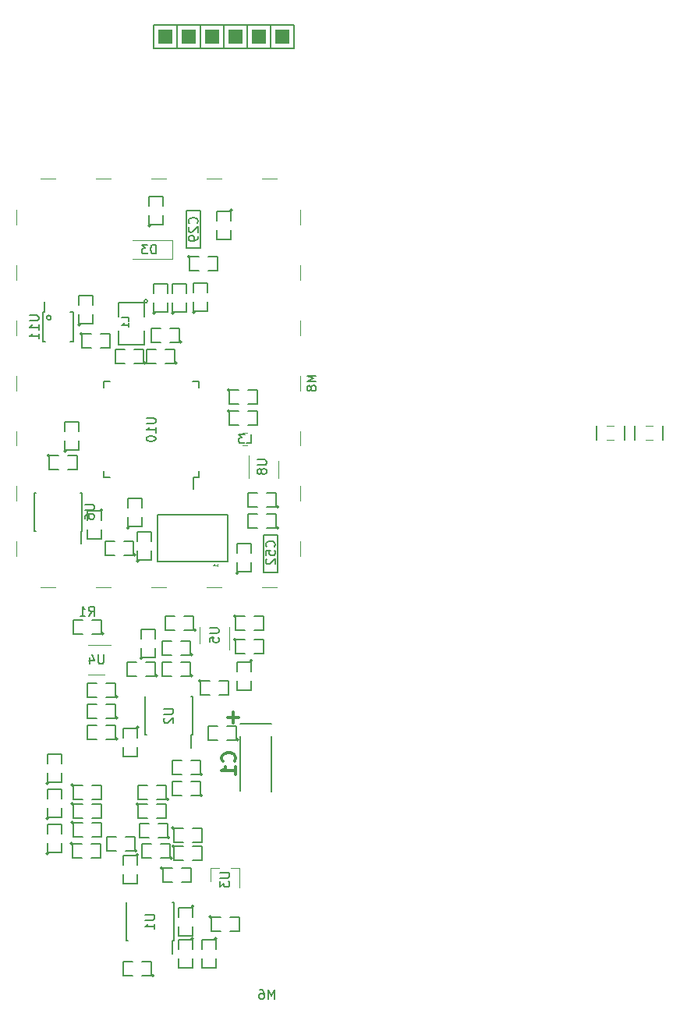
<source format=gbr>
%TF.GenerationSoftware,KiCad,Pcbnew,6.0.4-6f826c9f35~116~ubuntu20.04.1*%
%TF.CreationDate,2022-03-30T14:35:37+00:00*%
%TF.ProjectId,SPACEDOS02B_PCB01A,53504143-4544-44f5-9330-32425f504342,REV*%
%TF.SameCoordinates,Original*%
%TF.FileFunction,Legend,Bot*%
%TF.FilePolarity,Positive*%
%FSLAX46Y46*%
G04 Gerber Fmt 4.6, Leading zero omitted, Abs format (unit mm)*
G04 Created by KiCad (PCBNEW 6.0.4-6f826c9f35~116~ubuntu20.04.1) date 2022-03-30 14:35:37*
%MOMM*%
%LPD*%
G01*
G04 APERTURE LIST*
%ADD10C,0.050000*%
%ADD11C,0.150000*%
%ADD12C,0.127000*%
%ADD13C,0.304800*%
%ADD14C,0.120000*%
%ADD15R,1.524000X1.524000*%
G04 APERTURE END LIST*
D10*
%TO.C,J22*%
X25740490Y48940243D02*
X25740490Y49225958D01*
X25740490Y49083100D02*
X25240490Y49083100D01*
X25311919Y49130720D01*
X25359538Y49178339D01*
X25383347Y49225958D01*
D11*
%TO.C,U5*%
X24845680Y42258005D02*
X25655204Y42258005D01*
X25750442Y42210386D01*
X25798061Y42162767D01*
X25845680Y42067529D01*
X25845680Y41877053D01*
X25798061Y41781815D01*
X25750442Y41734196D01*
X25655204Y41686577D01*
X24845680Y41686577D01*
X24845680Y40734196D02*
X24845680Y41210386D01*
X25321871Y41258005D01*
X25274252Y41210386D01*
X25226633Y41115148D01*
X25226633Y40877053D01*
X25274252Y40781815D01*
X25321871Y40734196D01*
X25417109Y40686577D01*
X25655204Y40686577D01*
X25750442Y40734196D01*
X25798061Y40781815D01*
X25845680Y40877053D01*
X25845680Y41115148D01*
X25798061Y41210386D01*
X25750442Y41258005D01*
%TO.C,U4*%
X13328204Y39376720D02*
X13328204Y38567196D01*
X13280585Y38471958D01*
X13232966Y38424339D01*
X13137728Y38376720D01*
X12947252Y38376720D01*
X12852014Y38424339D01*
X12804395Y38471958D01*
X12756776Y38567196D01*
X12756776Y39376720D01*
X11852014Y39043386D02*
X11852014Y38376720D01*
X12090109Y39424339D02*
X12328204Y38710053D01*
X11709157Y38710053D01*
%TO.C,U10*%
X17981680Y65053196D02*
X18791204Y65053196D01*
X18886442Y65005577D01*
X18934061Y64957958D01*
X18981680Y64862720D01*
X18981680Y64672243D01*
X18934061Y64577005D01*
X18886442Y64529386D01*
X18791204Y64481767D01*
X17981680Y64481767D01*
X18981680Y63481767D02*
X18981680Y64053196D01*
X18981680Y63767481D02*
X17981680Y63767481D01*
X18124538Y63862720D01*
X18219776Y63957958D01*
X18267395Y64053196D01*
X17981680Y62862720D02*
X17981680Y62767481D01*
X18029300Y62672243D01*
X18076919Y62624624D01*
X18172157Y62577005D01*
X18362633Y62529386D01*
X18600728Y62529386D01*
X18791204Y62577005D01*
X18886442Y62624624D01*
X18934061Y62672243D01*
X18981680Y62767481D01*
X18981680Y62862720D01*
X18934061Y62957958D01*
X18886442Y63005577D01*
X18791204Y63053196D01*
X18600728Y63100815D01*
X18362633Y63100815D01*
X18172157Y63053196D01*
X18076919Y63005577D01*
X18029300Y62957958D01*
X17981680Y62862720D01*
%TO.C,U2*%
X19892680Y33495005D02*
X20702204Y33495005D01*
X20797442Y33447386D01*
X20845061Y33399767D01*
X20892680Y33304529D01*
X20892680Y33114053D01*
X20845061Y33018815D01*
X20797442Y32971196D01*
X20702204Y32923577D01*
X19892680Y32923577D01*
X19987919Y32495005D02*
X19940300Y32447386D01*
X19892680Y32352148D01*
X19892680Y32114053D01*
X19940300Y32018815D01*
X19987919Y31971196D01*
X20083157Y31923577D01*
X20178395Y31923577D01*
X20321252Y31971196D01*
X20892680Y32542624D01*
X20892680Y31923577D01*
%TO.C,U1*%
X17860680Y11143005D02*
X18670204Y11143005D01*
X18765442Y11095386D01*
X18813061Y11047767D01*
X18860680Y10952529D01*
X18860680Y10762053D01*
X18813061Y10666815D01*
X18765442Y10619196D01*
X18670204Y10571577D01*
X17860680Y10571577D01*
X18860680Y9571577D02*
X18860680Y10143005D01*
X18860680Y9857291D02*
X17860680Y9857291D01*
X18003538Y9952529D01*
X18098776Y10047767D01*
X18146395Y10143005D01*
%TO.C,U11*%
X5284380Y76191096D02*
X6093904Y76191096D01*
X6189142Y76143477D01*
X6236761Y76095858D01*
X6284380Y76000620D01*
X6284380Y75810143D01*
X6236761Y75714905D01*
X6189142Y75667286D01*
X6093904Y75619667D01*
X5284380Y75619667D01*
X6284380Y74619667D02*
X6284380Y75191096D01*
X6284380Y74905381D02*
X5284380Y74905381D01*
X5427238Y75000620D01*
X5522476Y75095858D01*
X5570095Y75191096D01*
X6284380Y73667286D02*
X6284380Y74238715D01*
X6284380Y73953000D02*
X5284380Y73953000D01*
X5427238Y74048239D01*
X5522476Y74143477D01*
X5570095Y74238715D01*
D12*
%TO.C,L1*%
X16092714Y75588000D02*
X16092714Y75950858D01*
X15330714Y75950858D01*
X16092714Y74934858D02*
X16092714Y75370286D01*
X16092714Y75152572D02*
X15330714Y75152572D01*
X15439571Y75225143D01*
X15512142Y75297715D01*
X15548428Y75370286D01*
D11*
%TO.C,U8*%
X30016380Y60535905D02*
X30825904Y60535905D01*
X30921142Y60488286D01*
X30968761Y60440667D01*
X31016380Y60345429D01*
X31016380Y60154953D01*
X30968761Y60059715D01*
X30921142Y60012096D01*
X30825904Y59964477D01*
X30016380Y59964477D01*
X30444952Y59345429D02*
X30397333Y59440667D01*
X30349714Y59488286D01*
X30254476Y59535905D01*
X30206857Y59535905D01*
X30111619Y59488286D01*
X30064000Y59440667D01*
X30016380Y59345429D01*
X30016380Y59154953D01*
X30064000Y59059715D01*
X30111619Y59012096D01*
X30206857Y58964477D01*
X30254476Y58964477D01*
X30349714Y59012096D01*
X30397333Y59059715D01*
X30444952Y59154953D01*
X30444952Y59345429D01*
X30492571Y59440667D01*
X30540190Y59488286D01*
X30635428Y59535905D01*
X30825904Y59535905D01*
X30921142Y59488286D01*
X30968761Y59440667D01*
X31016380Y59345429D01*
X31016380Y59154953D01*
X30968761Y59059715D01*
X30921142Y59012096D01*
X30825904Y58964477D01*
X30635428Y58964477D01*
X30540190Y59012096D01*
X30492571Y59059715D01*
X30444952Y59154953D01*
%TO.C,D3*%
X18998095Y82882620D02*
X18998095Y83882620D01*
X18760000Y83882620D01*
X18617142Y83835000D01*
X18521904Y83739762D01*
X18474285Y83644524D01*
X18426666Y83454048D01*
X18426666Y83311191D01*
X18474285Y83120715D01*
X18521904Y83025477D01*
X18617142Y82930239D01*
X18760000Y82882620D01*
X18998095Y82882620D01*
X18093333Y83882620D02*
X17474285Y83882620D01*
X17807619Y83501667D01*
X17664761Y83501667D01*
X17569523Y83454048D01*
X17521904Y83406429D01*
X17474285Y83311191D01*
X17474285Y83073096D01*
X17521904Y82977858D01*
X17569523Y82930239D01*
X17664761Y82882620D01*
X17950476Y82882620D01*
X18045714Y82930239D01*
X18093333Y82977858D01*
%TO.C,L3*%
X28868666Y62308620D02*
X29344857Y62308620D01*
X29344857Y63308620D01*
X28630571Y63308620D02*
X28011523Y63308620D01*
X28344857Y62927667D01*
X28202000Y62927667D01*
X28106761Y62880048D01*
X28059142Y62832429D01*
X28011523Y62737191D01*
X28011523Y62499096D01*
X28059142Y62403858D01*
X28106761Y62356239D01*
X28202000Y62308620D01*
X28487714Y62308620D01*
X28582952Y62356239D01*
X28630571Y62403858D01*
%TO.C,U3*%
X25988680Y15715005D02*
X26798204Y15715005D01*
X26893442Y15667386D01*
X26941061Y15619767D01*
X26988680Y15524529D01*
X26988680Y15334053D01*
X26941061Y15238815D01*
X26893442Y15191196D01*
X26798204Y15143577D01*
X25988680Y15143577D01*
X25988680Y14762624D02*
X25988680Y14143577D01*
X26369633Y14476910D01*
X26369633Y14334053D01*
X26417252Y14238815D01*
X26464871Y14191196D01*
X26560109Y14143577D01*
X26798204Y14143577D01*
X26893442Y14191196D01*
X26941061Y14238815D01*
X26988680Y14334053D01*
X26988680Y14619767D01*
X26941061Y14715005D01*
X26893442Y14762624D01*
%TO.C,R1*%
X11716966Y43582720D02*
X12050300Y44058910D01*
X12288395Y43582720D02*
X12288395Y44582720D01*
X11907442Y44582720D01*
X11812204Y44535100D01*
X11764585Y44487481D01*
X11716966Y44392243D01*
X11716966Y44249386D01*
X11764585Y44154148D01*
X11812204Y44106529D01*
X11907442Y44058910D01*
X12288395Y44058910D01*
X10764585Y43582720D02*
X11336014Y43582720D01*
X11050300Y43582720D02*
X11050300Y44582720D01*
X11145538Y44439862D01*
X11240776Y44344624D01*
X11336014Y44297005D01*
D13*
%TO.C,C1*%
X27532585Y27780100D02*
X27605157Y27852672D01*
X27677728Y28070386D01*
X27677728Y28215529D01*
X27605157Y28433243D01*
X27460014Y28578386D01*
X27314871Y28650958D01*
X27024585Y28723529D01*
X26806871Y28723529D01*
X26516585Y28650958D01*
X26371442Y28578386D01*
X26226300Y28433243D01*
X26153728Y28215529D01*
X26153728Y28070386D01*
X26226300Y27852672D01*
X26298871Y27780100D01*
X27677728Y26328672D02*
X27677728Y27199529D01*
X27677728Y26764100D02*
X26153728Y26764100D01*
X26371442Y26909243D01*
X26516585Y27054386D01*
X26589157Y27199529D01*
X27396997Y33105392D02*
X27396997Y31944249D01*
X27977568Y32524820D02*
X26816425Y32524820D01*
D11*
%TO.C,C29*%
X23471142Y86183858D02*
X23518761Y86231477D01*
X23566380Y86374334D01*
X23566380Y86469572D01*
X23518761Y86612429D01*
X23423523Y86707667D01*
X23328285Y86755286D01*
X23137809Y86802905D01*
X22994952Y86802905D01*
X22804476Y86755286D01*
X22709238Y86707667D01*
X22614000Y86612429D01*
X22566380Y86469572D01*
X22566380Y86374334D01*
X22614000Y86231477D01*
X22661619Y86183858D01*
X22661619Y85802905D02*
X22614000Y85755286D01*
X22566380Y85660048D01*
X22566380Y85421953D01*
X22614000Y85326715D01*
X22661619Y85279096D01*
X22756857Y85231477D01*
X22852095Y85231477D01*
X22994952Y85279096D01*
X23566380Y85850524D01*
X23566380Y85231477D01*
X23566380Y84755286D02*
X23566380Y84564810D01*
X23518761Y84469572D01*
X23471142Y84421953D01*
X23328285Y84326715D01*
X23137809Y84279096D01*
X22756857Y84279096D01*
X22661619Y84326715D01*
X22614000Y84374334D01*
X22566380Y84469572D01*
X22566380Y84660048D01*
X22614000Y84755286D01*
X22661619Y84802905D01*
X22756857Y84850524D01*
X22994952Y84850524D01*
X23090190Y84802905D01*
X23137809Y84755286D01*
X23185428Y84660048D01*
X23185428Y84469572D01*
X23137809Y84374334D01*
X23090190Y84326715D01*
X22994952Y84279096D01*
%TO.C,C52*%
X31853142Y51084858D02*
X31900761Y51132477D01*
X31948380Y51275334D01*
X31948380Y51370572D01*
X31900761Y51513429D01*
X31805523Y51608667D01*
X31710285Y51656286D01*
X31519809Y51703905D01*
X31376952Y51703905D01*
X31186476Y51656286D01*
X31091238Y51608667D01*
X30996000Y51513429D01*
X30948380Y51370572D01*
X30948380Y51275334D01*
X30996000Y51132477D01*
X31043619Y51084858D01*
X30948380Y50180096D02*
X30948380Y50656286D01*
X31424571Y50703905D01*
X31376952Y50656286D01*
X31329333Y50561048D01*
X31329333Y50322953D01*
X31376952Y50227715D01*
X31424571Y50180096D01*
X31519809Y50132477D01*
X31757904Y50132477D01*
X31853142Y50180096D01*
X31900761Y50227715D01*
X31948380Y50322953D01*
X31948380Y50561048D01*
X31900761Y50656286D01*
X31853142Y50703905D01*
X31043619Y49751524D02*
X30996000Y49703905D01*
X30948380Y49608667D01*
X30948380Y49370572D01*
X30996000Y49275334D01*
X31043619Y49227715D01*
X31138857Y49180096D01*
X31234095Y49180096D01*
X31376952Y49227715D01*
X31948380Y49799143D01*
X31948380Y49180096D01*
%TO.C,M8*%
X36406380Y69666524D02*
X35406380Y69666524D01*
X36120666Y69333191D01*
X35406380Y68999858D01*
X36406380Y68999858D01*
X35834952Y68380810D02*
X35787333Y68476048D01*
X35739714Y68523667D01*
X35644476Y68571286D01*
X35596857Y68571286D01*
X35501619Y68523667D01*
X35454000Y68476048D01*
X35406380Y68380810D01*
X35406380Y68190334D01*
X35454000Y68095096D01*
X35501619Y68047477D01*
X35596857Y67999858D01*
X35644476Y67999858D01*
X35739714Y68047477D01*
X35787333Y68095096D01*
X35834952Y68190334D01*
X35834952Y68380810D01*
X35882571Y68476048D01*
X35930190Y68523667D01*
X36025428Y68571286D01*
X36215904Y68571286D01*
X36311142Y68523667D01*
X36358761Y68476048D01*
X36406380Y68380810D01*
X36406380Y68190334D01*
X36358761Y68095096D01*
X36311142Y68047477D01*
X36215904Y67999858D01*
X36025428Y67999858D01*
X35930190Y68047477D01*
X35882571Y68095096D01*
X35834952Y68190334D01*
%TO.C,M6*%
X31872523Y1991620D02*
X31872523Y2991620D01*
X31539190Y2277334D01*
X31205857Y2991620D01*
X31205857Y1991620D01*
X30301095Y2991620D02*
X30491571Y2991620D01*
X30586809Y2944000D01*
X30634428Y2896381D01*
X30729666Y2753524D01*
X30777285Y2563048D01*
X30777285Y2182096D01*
X30729666Y2086858D01*
X30682047Y2039239D01*
X30586809Y1991620D01*
X30396333Y1991620D01*
X30301095Y2039239D01*
X30253476Y2086858D01*
X30205857Y2182096D01*
X30205857Y2420191D01*
X30253476Y2515429D01*
X30301095Y2563048D01*
X30396333Y2610667D01*
X30586809Y2610667D01*
X30682047Y2563048D01*
X30729666Y2515429D01*
X30777285Y2420191D01*
%TO.C,U6*%
X11334380Y55648905D02*
X12143904Y55648905D01*
X12239142Y55601286D01*
X12286761Y55553667D01*
X12334380Y55458429D01*
X12334380Y55267953D01*
X12286761Y55172715D01*
X12239142Y55125096D01*
X12143904Y55077477D01*
X11334380Y55077477D01*
X11334380Y54172715D02*
X11334380Y54363191D01*
X11382000Y54458429D01*
X11429619Y54506048D01*
X11572476Y54601286D01*
X11762952Y54648905D01*
X12143904Y54648905D01*
X12239142Y54601286D01*
X12286761Y54553667D01*
X12334380Y54458429D01*
X12334380Y54267953D01*
X12286761Y54172715D01*
X12239142Y54125096D01*
X12143904Y54077477D01*
X11905809Y54077477D01*
X11810571Y54125096D01*
X11762952Y54172715D01*
X11715333Y54267953D01*
X11715333Y54458429D01*
X11762952Y54553667D01*
X11810571Y54601286D01*
X11905809Y54648905D01*
%TO.C,J22*%
X26784300Y49464100D02*
X26784300Y54544100D01*
X26784300Y54544100D02*
X19164300Y54544100D01*
X19164300Y49464100D02*
X26784300Y49464100D01*
X19164300Y54544100D02*
X19164300Y49464100D01*
D14*
%TO.C,U5*%
X23783300Y40596100D02*
X23783300Y42396100D01*
X27003300Y42396100D02*
X27003300Y39946100D01*
%TO.C,U4*%
X11666300Y40439100D02*
X14116300Y40439100D01*
X13466300Y37219100D02*
X11666300Y37219100D01*
D11*
%TO.C,C8*%
X11550300Y34003100D02*
X11550300Y32479100D01*
X12566300Y34003100D02*
X11550300Y34003100D01*
X14598300Y32479100D02*
X14598300Y34003100D01*
X11550300Y32479100D02*
X12566300Y32479100D01*
X13582300Y32479100D02*
X14598300Y32479100D01*
X14598300Y34003100D02*
X13582300Y34003100D01*
X14852300Y32479100D02*
G75*
G03*
X14852300Y32479100I-127000J0D01*
G01*
%TO.C,C3*%
X18534500Y6063100D02*
X17518500Y6063100D01*
X16502500Y6063100D02*
X15486500Y6063100D01*
X17518500Y4539100D02*
X18534500Y4539100D01*
X18534500Y4539100D02*
X18534500Y6063100D01*
X15486500Y6063100D02*
X15486500Y4539100D01*
X15486500Y4539100D02*
X16502500Y4539100D01*
X18788500Y4539100D02*
G75*
G03*
X18788500Y4539100I-127000J0D01*
G01*
%TO.C,R6*%
X25520300Y5364600D02*
X25520300Y6380600D01*
X25520300Y8412600D02*
X23996300Y8412600D01*
X23996300Y5364600D02*
X25520300Y5364600D01*
X23996300Y8412600D02*
X23996300Y7396600D01*
X25520300Y7396600D02*
X25520300Y8412600D01*
X23996300Y6380600D02*
X23996300Y5364600D01*
X25647300Y8539600D02*
G75*
G03*
X25647300Y8539600I-127000J0D01*
G01*
%TO.C,C13*%
X11550300Y34765100D02*
X12566300Y34765100D01*
X13582300Y34765100D02*
X14598300Y34765100D01*
X11550300Y36289100D02*
X11550300Y34765100D01*
X12566300Y36289100D02*
X11550300Y36289100D01*
X14598300Y34765100D02*
X14598300Y36289100D01*
X14598300Y36289100D02*
X13582300Y36289100D01*
X14852300Y34765100D02*
G75*
G03*
X14852300Y34765100I-127000J0D01*
G01*
%TO.C,C24*%
X13004800Y18857100D02*
X11988800Y18857100D01*
X9956800Y18857100D02*
X9956800Y17333100D01*
X10972800Y18857100D02*
X9956800Y18857100D01*
X9956800Y17333100D02*
X10972800Y17333100D01*
X13004800Y17333100D02*
X13004800Y18857100D01*
X11988800Y17333100D02*
X13004800Y17333100D01*
X9956800Y18857100D02*
G75*
G03*
X9956800Y18857100I-127000J0D01*
G01*
%TO.C,C4*%
X27749500Y31646000D02*
X26733500Y31646000D01*
X25717500Y31646000D02*
X24701500Y31646000D01*
X26733500Y30122000D02*
X27749500Y30122000D01*
X27749500Y30122000D02*
X27749500Y31646000D01*
X24701500Y30122000D02*
X25717500Y30122000D01*
X24701500Y31646000D02*
X24701500Y30122000D01*
X28003500Y30122000D02*
G75*
G03*
X28003500Y30122000I-127000J0D01*
G01*
%TO.C,U10*%
X23671300Y68994100D02*
X23671300Y68319100D01*
X13321300Y58644100D02*
X13321300Y59319100D01*
X13321300Y68994100D02*
X13996300Y68994100D01*
X13321300Y58644100D02*
X13996300Y58644100D01*
X23096300Y58644100D02*
X23096300Y57369100D01*
X23671300Y68994100D02*
X22996300Y68994100D01*
X23671300Y58644100D02*
X23671300Y59319100D01*
X23671300Y58644100D02*
X23096300Y58644100D01*
X13321300Y68994100D02*
X13321300Y68319100D01*
%TO.C,R4*%
X11550300Y30193100D02*
X12566300Y30193100D01*
X14598300Y30193100D02*
X14598300Y31717100D01*
X11550300Y31717100D02*
X11550300Y30193100D01*
X13582300Y30193100D02*
X14598300Y30193100D01*
X14598300Y31717100D02*
X13582300Y31717100D01*
X12566300Y31717100D02*
X11550300Y31717100D01*
X14852300Y30193100D02*
G75*
G03*
X14852300Y30193100I-127000J0D01*
G01*
%TO.C,C10*%
X21456300Y11905100D02*
X21456300Y10889100D01*
X22980300Y10889100D02*
X22980300Y11905100D01*
X22980300Y11905100D02*
X21456300Y11905100D01*
X21456300Y9873100D02*
X21456300Y8857100D01*
X22980300Y8857100D02*
X22980300Y9873100D01*
X21456300Y8857100D02*
X22980300Y8857100D01*
X23107300Y12032100D02*
G75*
G03*
X23107300Y12032100I-127000J0D01*
G01*
%TO.C,C5*%
X21456300Y5364600D02*
X22980300Y5364600D01*
X22980300Y8412600D02*
X21456300Y8412600D01*
X22980300Y5364600D02*
X22980300Y6380600D01*
X21456300Y8412600D02*
X21456300Y7396600D01*
X21456300Y6380600D02*
X21456300Y5364600D01*
X22980300Y7396600D02*
X22980300Y8412600D01*
X23107300Y8539600D02*
G75*
G03*
X23107300Y8539600I-127000J0D01*
G01*
%TO.C,R3*%
X23869300Y35019100D02*
X24885300Y35019100D01*
X26917300Y35019100D02*
X26917300Y36543100D01*
X25901300Y35019100D02*
X26917300Y35019100D01*
X23869300Y36543100D02*
X23869300Y35019100D01*
X26917300Y36543100D02*
X25901300Y36543100D01*
X24885300Y36543100D02*
X23869300Y36543100D01*
X23869300Y36543100D02*
G75*
G03*
X23869300Y36543100I-127000J0D01*
G01*
%TO.C,R2*%
X21773800Y14699100D02*
X22789800Y14699100D01*
X19741800Y14699100D02*
X20757800Y14699100D01*
X20757800Y16223100D02*
X19741800Y16223100D01*
X22789800Y14699100D02*
X22789800Y16223100D01*
X22789800Y16223100D02*
X21773800Y16223100D01*
X19741800Y16223100D02*
X19741800Y14699100D01*
X19741800Y16223100D02*
G75*
G03*
X19741800Y16223100I-127000J0D01*
G01*
%TO.C,U2*%
X17865300Y30658100D02*
X18010300Y30658100D01*
X23015300Y30658100D02*
X22870300Y30658100D01*
X17865300Y30658100D02*
X17865300Y34808100D01*
X23015300Y30658100D02*
X23015300Y34808100D01*
X23015300Y34808100D02*
X22870300Y34808100D01*
X22870300Y30658100D02*
X22870300Y29258100D01*
%TO.C,R10*%
X18097500Y25169000D02*
X17081500Y25169000D01*
X20129500Y23645000D02*
X20129500Y25169000D01*
X17081500Y23645000D02*
X18097500Y23645000D01*
X19113500Y23645000D02*
X20129500Y23645000D01*
X20129500Y25169000D02*
X19113500Y25169000D01*
X17081500Y25169000D02*
X17081500Y23645000D01*
X20383500Y23645000D02*
G75*
G03*
X20383500Y23645000I-127000J0D01*
G01*
%TO.C,C18*%
X23805800Y27907100D02*
X22789800Y27907100D01*
X20757800Y27907100D02*
X20757800Y26383100D01*
X23805800Y26383100D02*
X23805800Y27907100D01*
X21773800Y27907100D02*
X20757800Y27907100D01*
X22789800Y26383100D02*
X23805800Y26383100D01*
X20757800Y26383100D02*
X21773800Y26383100D01*
X24059800Y26383100D02*
G75*
G03*
X24059800Y26383100I-127000J0D01*
G01*
%TO.C,U1*%
X20983300Y8306100D02*
X20838300Y8306100D01*
X15833300Y8306100D02*
X15833300Y12456100D01*
X20838300Y8306100D02*
X20838300Y6906100D01*
X20983300Y8306100D02*
X20983300Y12456100D01*
X15833300Y8306100D02*
X15978300Y8306100D01*
X20983300Y12456100D02*
X20838300Y12456100D01*
%TO.C,C20*%
X25012300Y10889100D02*
X25012300Y9365100D01*
X28060300Y9365100D02*
X28060300Y10889100D01*
X26028300Y10889100D02*
X25012300Y10889100D01*
X25012300Y9365100D02*
X26028300Y9365100D01*
X27044300Y9365100D02*
X28060300Y9365100D01*
X28060300Y10889100D02*
X27044300Y10889100D01*
X25012300Y10889100D02*
G75*
G03*
X25012300Y10889100I-127000J0D01*
G01*
%TO.C,R7*%
X15451000Y17526500D02*
X15451000Y16510500D01*
X16975000Y14478500D02*
X16975000Y15494500D01*
X16975000Y17526500D02*
X15451000Y17526500D01*
X15451000Y15494500D02*
X15451000Y14478500D01*
X16975000Y16510500D02*
X16975000Y17526500D01*
X15451000Y14478500D02*
X16975000Y14478500D01*
X17102000Y17653500D02*
G75*
G03*
X17102000Y17653500I-127000J0D01*
G01*
%TO.C,R9*%
X17486500Y18812000D02*
X17486500Y17288000D01*
X17486500Y17288000D02*
X18502500Y17288000D01*
X20534500Y18812000D02*
X19518500Y18812000D01*
X20534500Y17288000D02*
X20534500Y18812000D01*
X18502500Y18812000D02*
X17486500Y18812000D01*
X19518500Y17288000D02*
X20534500Y17288000D01*
X20788500Y17288000D02*
G75*
G03*
X20788500Y17288000I-127000J0D01*
G01*
%TO.C,C11*%
X23018500Y17038000D02*
X24034500Y17038000D01*
X20986500Y18562000D02*
X20986500Y17038000D01*
X22002500Y18562000D02*
X20986500Y18562000D01*
X24034500Y17038000D02*
X24034500Y18562000D01*
X20986500Y17038000D02*
X22002500Y17038000D01*
X24034500Y18562000D02*
X23018500Y18562000D01*
X20986500Y18562000D02*
G75*
G03*
X20986500Y18562000I-127000J0D01*
G01*
%TO.C,C16*%
X19113500Y21613000D02*
X20129500Y21613000D01*
X20129500Y23137000D02*
X19113500Y23137000D01*
X17081500Y23137000D02*
X17081500Y21613000D01*
X17081500Y21613000D02*
X18097500Y21613000D01*
X18097500Y23137000D02*
X17081500Y23137000D01*
X20129500Y21613000D02*
X20129500Y23137000D01*
X17081500Y23137000D02*
G75*
G03*
X17081500Y23137000I-127000J0D01*
G01*
%TO.C,R11*%
X20757800Y24097100D02*
X21773800Y24097100D01*
X21773800Y25621100D02*
X20757800Y25621100D01*
X23805800Y24097100D02*
X23805800Y25621100D01*
X20757800Y25621100D02*
X20757800Y24097100D01*
X23805800Y25621100D02*
X22789800Y25621100D01*
X22789800Y24097100D02*
X23805800Y24097100D01*
X24059800Y24097100D02*
G75*
G03*
X24059800Y24097100I-127000J0D01*
G01*
%TO.C,C15*%
X17201800Y21049100D02*
X17201800Y19525100D01*
X20249800Y21049100D02*
X19233800Y21049100D01*
X19233800Y19525100D02*
X20249800Y19525100D01*
X18217800Y21049100D02*
X17201800Y21049100D01*
X17201800Y19525100D02*
X18217800Y19525100D01*
X20249800Y19525100D02*
X20249800Y21049100D01*
X20503800Y19525100D02*
G75*
G03*
X20503800Y19525100I-127000J0D01*
G01*
%TO.C,R5*%
X27806300Y36543100D02*
X27806300Y35527100D01*
X27806300Y38575100D02*
X27806300Y37559100D01*
X29330300Y35527100D02*
X29330300Y36543100D01*
X27806300Y35527100D02*
X29330300Y35527100D01*
X29330300Y37559100D02*
X29330300Y38575100D01*
X29330300Y38575100D02*
X27806300Y38575100D01*
X29457300Y38702100D02*
G75*
G03*
X29457300Y38702100I-127000J0D01*
G01*
%TO.C,C12*%
X22726300Y38575100D02*
X21710300Y38575100D01*
X19678300Y37051100D02*
X20694300Y37051100D01*
X20694300Y38575100D02*
X19678300Y38575100D01*
X19678300Y38575100D02*
X19678300Y37051100D01*
X21710300Y37051100D02*
X22726300Y37051100D01*
X22726300Y37051100D02*
X22726300Y38575100D01*
X22980300Y37051100D02*
G75*
G03*
X22980300Y37051100I-127000J0D01*
G01*
%TO.C,U11*%
X6932000Y76578000D02*
X6932000Y77653000D01*
X6757000Y76578000D02*
X6757000Y73328000D01*
X10007000Y73328000D02*
X9732000Y73328000D01*
X10007000Y76578000D02*
X9732000Y76578000D01*
X6757000Y73328000D02*
X7032000Y73328000D01*
X6757000Y76578000D02*
X6932000Y76578000D01*
X10007000Y76578000D02*
X10007000Y73328000D01*
X7632000Y75953000D02*
G75*
G03*
X7632000Y75953000I-250000J0D01*
G01*
%TO.C,R13*%
X18916300Y41115100D02*
X18916300Y42131100D01*
X18916300Y42131100D02*
X17392300Y42131100D01*
X17392300Y42131100D02*
X17392300Y41115100D01*
X17392300Y40099100D02*
X17392300Y39083100D01*
X17392300Y39083100D02*
X18916300Y39083100D01*
X18916300Y39083100D02*
X18916300Y40099100D01*
X17519300Y38956100D02*
G75*
G03*
X17519300Y38956100I-127000J0D01*
G01*
%TO.C,C9*%
X30727300Y39464100D02*
X30727300Y40988100D01*
X28695300Y40988100D02*
X27679300Y40988100D01*
X27679300Y40988100D02*
X27679300Y39464100D01*
X27679300Y39464100D02*
X28695300Y39464100D01*
X29711300Y39464100D02*
X30727300Y39464100D01*
X30727300Y40988100D02*
X29711300Y40988100D01*
X27679300Y40988100D02*
G75*
G03*
X27679300Y40988100I-127000J0D01*
G01*
%TO.C,C14*%
X27679300Y42004100D02*
X28695300Y42004100D01*
X30727300Y43528100D02*
X29711300Y43528100D01*
X30727300Y42004100D02*
X30727300Y43528100D01*
X28695300Y43528100D02*
X27679300Y43528100D01*
X29711300Y42004100D02*
X30727300Y42004100D01*
X27679300Y43528100D02*
X27679300Y42004100D01*
X27679300Y43528100D02*
G75*
G03*
X27679300Y43528100I-127000J0D01*
G01*
%TO.C,C7*%
X19678300Y39337100D02*
X20694300Y39337100D01*
X21710300Y39337100D02*
X22726300Y39337100D01*
X22726300Y39337100D02*
X22726300Y40861100D01*
X22726300Y40861100D02*
X21710300Y40861100D01*
X20694300Y40861100D02*
X19678300Y40861100D01*
X19678300Y40861100D02*
X19678300Y39337100D01*
X22980300Y39337100D02*
G75*
G03*
X22980300Y39337100I-127000J0D01*
G01*
%TO.C,R12*%
X21075300Y43528100D02*
X20059300Y43528100D01*
X22091300Y42004100D02*
X23107300Y42004100D01*
X20059300Y42004100D02*
X21075300Y42004100D01*
X23107300Y42004100D02*
X23107300Y43528100D01*
X23107300Y43528100D02*
X22091300Y43528100D01*
X20059300Y43528100D02*
X20059300Y42004100D01*
X23361300Y42004100D02*
G75*
G03*
X23361300Y42004100I-127000J0D01*
G01*
%TO.C,L1*%
X14986000Y73048000D02*
X14986000Y74572000D01*
X14986000Y77620000D02*
X17780000Y77620000D01*
X14986000Y76096000D02*
X14986000Y77620000D01*
X14986000Y76096000D02*
X14986000Y77620000D01*
X17780000Y73048000D02*
X14986000Y73048000D01*
X17780000Y77620000D02*
X17780000Y76096000D01*
X17780000Y74572000D02*
X17780000Y73048000D01*
X18086605Y77747000D02*
G75*
G03*
X18086605Y77747000I-179605J0D01*
G01*
%TO.C,C19*%
X15868300Y37051100D02*
X16884300Y37051100D01*
X15868300Y38575100D02*
X15868300Y37051100D01*
X18916300Y38575100D02*
X17900300Y38575100D01*
X17900300Y37051100D02*
X18916300Y37051100D01*
X18916300Y37051100D02*
X18916300Y38575100D01*
X16884300Y38575100D02*
X15868300Y38575100D01*
X19170300Y37051100D02*
G75*
G03*
X19170300Y37051100I-127000J0D01*
G01*
D14*
%TO.C,U8*%
X29124000Y58559000D02*
X29124000Y61009000D01*
X32344000Y60359000D02*
X32344000Y58559000D01*
D11*
%TO.C,C2*%
X10020300Y19619100D02*
X11036300Y19619100D01*
X11036300Y21143100D02*
X10020300Y21143100D01*
X13068300Y19619100D02*
X13068300Y21143100D01*
X12052300Y19619100D02*
X13068300Y19619100D01*
X13068300Y21143100D02*
X12052300Y21143100D01*
X10020300Y21143100D02*
X10020300Y19619100D01*
X10020300Y21143100D02*
G75*
G03*
X10020300Y21143100I-127000J0D01*
G01*
D14*
%TO.C,D3*%
X16510000Y84335000D02*
X20810000Y84335000D01*
X20810000Y84335000D02*
X20810000Y82335000D01*
X20810000Y82335000D02*
X16510000Y82335000D01*
D11*
%TO.C,F2*%
X18288000Y86065500D02*
X19812000Y86065500D01*
X19812000Y88097500D02*
X19812000Y89113500D01*
X19812000Y86065500D02*
X19812000Y87081500D01*
X18288000Y87081500D02*
X18288000Y86065500D01*
X18288000Y89113500D02*
X18288000Y88097500D01*
X19812000Y89113500D02*
X18288000Y89113500D01*
X18415000Y85938500D02*
G75*
G03*
X18415000Y85938500I-127000J0D01*
G01*
%TO.C,C55*%
X27178000Y86446500D02*
X27178000Y87462500D01*
X27178000Y84414500D02*
X27178000Y85430500D01*
X27178000Y87462500D02*
X25654000Y87462500D01*
X25654000Y85430500D02*
X25654000Y84414500D01*
X25654000Y84414500D02*
X27178000Y84414500D01*
X25654000Y87462500D02*
X25654000Y86446500D01*
X27305000Y87589500D02*
G75*
G03*
X27305000Y87589500I-127000J0D01*
G01*
D14*
%TO.C,L3*%
X28440748Y63471000D02*
X28963252Y63471000D01*
X28440748Y62051000D02*
X28963252Y62051000D01*
D11*
%TO.C,R22*%
X8750300Y19936600D02*
X8750300Y20952600D01*
X7226300Y18920600D02*
X7226300Y17904600D01*
X8750300Y20952600D02*
X7226300Y20952600D01*
X7226300Y17904600D02*
X8750300Y17904600D01*
X7226300Y20952600D02*
X7226300Y19936600D01*
X8750300Y17904600D02*
X8750300Y18920600D01*
X7353300Y17777600D02*
G75*
G03*
X7353300Y17777600I-127000J0D01*
G01*
%TO.C,R19*%
X8750300Y23746600D02*
X8750300Y24762600D01*
X8750300Y24762600D02*
X7226300Y24762600D01*
X7226300Y22730600D02*
X7226300Y21714600D01*
X8750300Y21714600D02*
X8750300Y22730600D01*
X7226300Y24762600D02*
X7226300Y23746600D01*
X7226300Y21714600D02*
X8750300Y21714600D01*
X7353300Y21587600D02*
G75*
G03*
X7353300Y21587600I-127000J0D01*
G01*
%TO.C,R15*%
X7226300Y28572600D02*
X7226300Y27556600D01*
X7226300Y26540600D02*
X7226300Y25524600D01*
X7226300Y25524600D02*
X8750300Y25524600D01*
X8750300Y25524600D02*
X8750300Y26540600D01*
X8750300Y28572600D02*
X7226300Y28572600D01*
X8750300Y27556600D02*
X8750300Y28572600D01*
X7353300Y25397600D02*
G75*
G03*
X7353300Y25397600I-127000J0D01*
G01*
%TO.C,C23*%
X10020300Y23175100D02*
X10020300Y21651100D01*
X13068300Y21651100D02*
X13068300Y23175100D01*
X11036300Y23175100D02*
X10020300Y23175100D01*
X10020300Y21651100D02*
X11036300Y21651100D01*
X13068300Y23175100D02*
X12052300Y23175100D01*
X12052300Y21651100D02*
X13068300Y21651100D01*
X10020300Y23175100D02*
G75*
G03*
X10020300Y23175100I-127000J0D01*
G01*
%TO.C,C21*%
X10020300Y25207100D02*
X10020300Y23683100D01*
X11036300Y25207100D02*
X10020300Y25207100D01*
X12052300Y23683100D02*
X13068300Y23683100D01*
X10020300Y23683100D02*
X11036300Y23683100D01*
X13068300Y23683100D02*
X13068300Y25207100D01*
X13068300Y25207100D02*
X12052300Y25207100D01*
X10020300Y25207100D02*
G75*
G03*
X10020300Y25207100I-127000J0D01*
G01*
%TO.C,C34*%
X15988000Y53249000D02*
X17512000Y53249000D01*
X17512000Y55281000D02*
X17512000Y56297000D01*
X15988000Y56297000D02*
X15988000Y55281000D01*
X17512000Y56297000D02*
X15988000Y56297000D01*
X17512000Y53249000D02*
X17512000Y54265000D01*
X15988000Y54265000D02*
X15988000Y53249000D01*
X16115000Y53122000D02*
G75*
G03*
X16115000Y53122000I-127000J0D01*
G01*
%TO.C,C27*%
X22352000Y79588500D02*
X20828000Y79588500D01*
X20828000Y76540500D02*
X22352000Y76540500D01*
X22352000Y78572500D02*
X22352000Y79588500D01*
X20828000Y79588500D02*
X20828000Y78572500D01*
X22352000Y76540500D02*
X22352000Y77556500D01*
X20828000Y77556500D02*
X20828000Y76540500D01*
X20955000Y76413500D02*
G75*
G03*
X20955000Y76413500I-127000J0D01*
G01*
%TO.C,R20*%
X10985500Y72667000D02*
X12001500Y72667000D01*
X13017500Y72667000D02*
X14033500Y72667000D01*
X14033500Y72667000D02*
X14033500Y74191000D01*
X12001500Y74191000D02*
X10985500Y74191000D01*
X10985500Y74191000D02*
X10985500Y72667000D01*
X14033500Y74191000D02*
X13017500Y74191000D01*
X10985500Y74191000D02*
G75*
G03*
X10985500Y74191000I-127000J0D01*
G01*
%TO.C,R23*%
X18542000Y51686600D02*
X18542000Y52702600D01*
X18542000Y49654600D02*
X18542000Y50670600D01*
X17018000Y49654600D02*
X18542000Y49654600D01*
X17018000Y52702600D02*
X17018000Y51686600D01*
X18542000Y52702600D02*
X17018000Y52702600D01*
X17018000Y50670600D02*
X17018000Y49654600D01*
X17145000Y49527600D02*
G75*
G03*
X17145000Y49527600I-127000J0D01*
G01*
%TO.C,C26*%
X24638000Y78699500D02*
X24638000Y79715500D01*
X23114000Y77683500D02*
X23114000Y76667500D01*
X24638000Y79715500D02*
X23114000Y79715500D01*
X23114000Y76667500D02*
X24638000Y76667500D01*
X23114000Y79715500D02*
X23114000Y78699500D01*
X24638000Y76667500D02*
X24638000Y77683500D01*
X23241000Y76540500D02*
G75*
G03*
X23241000Y76540500I-127000J0D01*
G01*
D14*
%TO.C,U3*%
X28116300Y16237100D02*
X27186300Y16237100D01*
X24956300Y16237100D02*
X24956300Y14777100D01*
X28116300Y16237100D02*
X28116300Y14077100D01*
X24956300Y16237100D02*
X25886300Y16237100D01*
D11*
%TO.C,C43*%
X16573500Y50188000D02*
X16573500Y51712000D01*
X15557500Y50188000D02*
X16573500Y50188000D01*
X16573500Y51712000D02*
X15557500Y51712000D01*
X14541500Y51712000D02*
X13525500Y51712000D01*
X13525500Y50188000D02*
X14541500Y50188000D01*
X13525500Y51712000D02*
X13525500Y50188000D01*
X16827500Y50188000D02*
G75*
G03*
X16827500Y50188000I-127000J0D01*
G01*
%TO.C,C39*%
X9144000Y64602500D02*
X9144000Y63586500D01*
X9144000Y62570500D02*
X9144000Y61554500D01*
X10668000Y63586500D02*
X10668000Y64602500D01*
X10668000Y61554500D02*
X10668000Y62570500D01*
X10668000Y64602500D02*
X9144000Y64602500D01*
X9144000Y61554500D02*
X10668000Y61554500D01*
X9271000Y61427500D02*
G75*
G03*
X9271000Y61427500I-127000J0D01*
G01*
%TO.C,C28*%
X18796000Y76540500D02*
X20320000Y76540500D01*
X20320000Y76540500D02*
X20320000Y77556500D01*
X18796000Y79588500D02*
X18796000Y78572500D01*
X20320000Y79588500D02*
X18796000Y79588500D01*
X20320000Y78572500D02*
X20320000Y79588500D01*
X18796000Y77556500D02*
X18796000Y76540500D01*
X18923000Y76413500D02*
G75*
G03*
X18923000Y76413500I-127000J0D01*
G01*
%TO.C,R1*%
X11042300Y43147100D02*
X10026300Y43147100D01*
X12058300Y41623100D02*
X13074300Y41623100D01*
X10026300Y43147100D02*
X10026300Y41623100D01*
X13074300Y43147100D02*
X12058300Y43147100D01*
X13074300Y41623100D02*
X13074300Y43147100D01*
X10026300Y41623100D02*
X11042300Y41623100D01*
X13328300Y41623100D02*
G75*
G03*
X13328300Y41623100I-127000J0D01*
G01*
%TO.C,C36*%
X23685500Y82573000D02*
X22669500Y82573000D01*
X24701500Y81049000D02*
X25717500Y81049000D01*
X22669500Y81049000D02*
X23685500Y81049000D01*
X25717500Y82573000D02*
X24701500Y82573000D01*
X22669500Y82573000D02*
X22669500Y81049000D01*
X25717500Y81049000D02*
X25717500Y82573000D01*
X22669500Y82573000D02*
G75*
G03*
X22669500Y82573000I-127000J0D01*
G01*
%TO.C,C32*%
X26987500Y64285000D02*
X28003500Y64285000D01*
X29019500Y64285000D02*
X30035500Y64285000D01*
X30035500Y65809000D02*
X29019500Y65809000D01*
X28003500Y65809000D02*
X26987500Y65809000D01*
X30035500Y64285000D02*
X30035500Y65809000D01*
X26987500Y65809000D02*
X26987500Y64285000D01*
X26987500Y65809000D02*
G75*
G03*
X26987500Y65809000I-127000J0D01*
G01*
%TO.C,R21*%
X10477500Y59459000D02*
X10477500Y60983000D01*
X7429500Y60983000D02*
X7429500Y59459000D01*
X7429500Y59459000D02*
X8445500Y59459000D01*
X8445500Y60983000D02*
X7429500Y60983000D01*
X10477500Y60983000D02*
X9461500Y60983000D01*
X9461500Y59459000D02*
X10477500Y59459000D01*
X7429500Y60983000D02*
G75*
G03*
X7429500Y60983000I-127000J0D01*
G01*
%TO.C,C44*%
X21018500Y72540000D02*
X20002500Y72540000D01*
X21018500Y71016000D02*
X21018500Y72540000D01*
X17970500Y72540000D02*
X17970500Y71016000D01*
X18986500Y72540000D02*
X17970500Y72540000D01*
X20002500Y71016000D02*
X21018500Y71016000D01*
X17970500Y71016000D02*
X18986500Y71016000D01*
X21272500Y71016000D02*
G75*
G03*
X21272500Y71016000I-127000J0D01*
G01*
%TO.C,C31*%
X16637000Y71016000D02*
X17653000Y71016000D01*
X14605000Y71016000D02*
X15621000Y71016000D01*
X17653000Y71016000D02*
X17653000Y72540000D01*
X14605000Y72540000D02*
X14605000Y71016000D01*
X15621000Y72540000D02*
X14605000Y72540000D01*
X17653000Y72540000D02*
X16637000Y72540000D01*
X17907000Y71016000D02*
G75*
G03*
X17907000Y71016000I-127000J0D01*
G01*
%TO.C,C40*%
X19494500Y74826000D02*
X18478500Y74826000D01*
X18478500Y73302000D02*
X19494500Y73302000D01*
X20510500Y73302000D02*
X21526500Y73302000D01*
X21526500Y73302000D02*
X21526500Y74826000D01*
X21526500Y74826000D02*
X20510500Y74826000D01*
X18478500Y74826000D02*
X18478500Y73302000D01*
X21780500Y73302000D02*
G75*
G03*
X21780500Y73302000I-127000J0D01*
G01*
%TO.C,C50*%
X32067500Y53109000D02*
X32067500Y54633000D01*
X30035500Y54633000D02*
X29019500Y54633000D01*
X31051500Y53109000D02*
X32067500Y53109000D01*
X29019500Y53109000D02*
X30035500Y53109000D01*
X29019500Y54633000D02*
X29019500Y53109000D01*
X32067500Y54633000D02*
X31051500Y54633000D01*
X32321500Y53109000D02*
G75*
G03*
X32321500Y53109000I-127000J0D01*
G01*
%TO.C,C42*%
X29019500Y56919000D02*
X29019500Y55395000D01*
X32067500Y55395000D02*
X32067500Y56919000D01*
X32067500Y56919000D02*
X31051500Y56919000D01*
X31051500Y55395000D02*
X32067500Y55395000D01*
X30035500Y56919000D02*
X29019500Y56919000D01*
X29019500Y55395000D02*
X30035500Y55395000D01*
X32321500Y55395000D02*
G75*
G03*
X32321500Y55395000I-127000J0D01*
G01*
%TO.C,C35*%
X30035500Y66571000D02*
X30035500Y68095000D01*
X26987500Y66571000D02*
X28003500Y66571000D01*
X30035500Y68095000D02*
X29019500Y68095000D01*
X29019500Y66571000D02*
X30035500Y66571000D01*
X26987500Y68095000D02*
X26987500Y66571000D01*
X28003500Y68095000D02*
X26987500Y68095000D01*
X26987500Y68095000D02*
G75*
G03*
X26987500Y68095000I-127000J0D01*
G01*
%TO.C,C47*%
X12192000Y78318500D02*
X10668000Y78318500D01*
X12192000Y75270500D02*
X12192000Y76286500D01*
X10668000Y75270500D02*
X12192000Y75270500D01*
X10668000Y78318500D02*
X10668000Y77302500D01*
X10668000Y76286500D02*
X10668000Y75270500D01*
X12192000Y77302500D02*
X12192000Y78318500D01*
X10795000Y75143500D02*
G75*
G03*
X10795000Y75143500I-127000J0D01*
G01*
%TO.C,C54*%
X27813000Y51394500D02*
X27813000Y50378500D01*
X29337000Y50378500D02*
X29337000Y51394500D01*
X29337000Y51394500D02*
X27813000Y51394500D01*
X29337000Y48346500D02*
X29337000Y49362500D01*
X27813000Y48346500D02*
X29337000Y48346500D01*
X27813000Y49362500D02*
X27813000Y48346500D01*
X27940000Y48219500D02*
G75*
G03*
X27940000Y48219500I-127000J0D01*
G01*
%TO.C,R8*%
X14661800Y19562000D02*
X13645800Y19562000D01*
X16693800Y18038000D02*
X16693800Y19562000D01*
X13645800Y18038000D02*
X14661800Y18038000D01*
X16693800Y19562000D02*
X15677800Y19562000D01*
X15677800Y18038000D02*
X16693800Y18038000D01*
X13645800Y19562000D02*
X13645800Y18038000D01*
X16947800Y18038000D02*
G75*
G03*
X16947800Y18038000I-127000J0D01*
G01*
%TO.C,C6*%
X22002500Y20541100D02*
X20986500Y20541100D01*
X20986500Y19017100D02*
X22002500Y19017100D01*
X24034500Y19017100D02*
X24034500Y20541100D01*
X24034500Y20541100D02*
X23018500Y20541100D01*
X20986500Y20541100D02*
X20986500Y19017100D01*
X23018500Y19017100D02*
X24034500Y19017100D01*
X20986500Y20541100D02*
G75*
G03*
X20986500Y20541100I-127000J0D01*
G01*
%TO.C,C1*%
X31537560Y24526360D02*
X31537560Y30525840D01*
X26785220Y32527360D02*
X27885040Y32527360D01*
X28136500Y24549220D02*
X28136500Y30548700D01*
X27285600Y33126800D02*
X27285600Y31927920D01*
X28139040Y31826320D02*
X31537560Y31826320D01*
X28136500Y31844100D02*
X31535020Y31844100D01*
%TO.C,C29*%
X22352000Y87573000D02*
X22352000Y83509000D01*
X22352000Y83509000D02*
X23876000Y83509000D01*
X23876000Y83509000D02*
X23876000Y87573000D01*
X23876000Y83509000D02*
X23749000Y83509000D01*
X23876000Y87573000D02*
X22352000Y87573000D01*
%TO.C,C52*%
X32258000Y52394000D02*
X30734000Y52394000D01*
X30734000Y48330000D02*
X32258000Y48330000D01*
X32258000Y48330000D02*
X32258000Y52394000D01*
X30734000Y52394000D02*
X30861000Y52394000D01*
X30734000Y52394000D02*
X30734000Y48330000D01*
D14*
%TO.C,M8*%
X34704000Y62057000D02*
X34704000Y63657000D01*
X34704000Y74057000D02*
X34704000Y75657000D01*
X3904000Y86057000D02*
X3904000Y87657000D01*
X14104000Y91007000D02*
X12504000Y91007000D01*
X32104000Y91007000D02*
X30504000Y91007000D01*
X26104000Y46707000D02*
X24504000Y46707000D01*
X3904000Y50057000D02*
X3904000Y51657000D01*
X34704000Y50057000D02*
X34704000Y51657000D01*
X32104000Y46707000D02*
X30504000Y46707000D01*
X3904000Y68057000D02*
X3904000Y69657000D01*
X34704000Y68057000D02*
X34704000Y69657000D01*
X8104000Y46707000D02*
X6504000Y46707000D01*
X8104000Y91007000D02*
X6504000Y91007000D01*
X14104000Y46707000D02*
X12504000Y46707000D01*
X20104000Y46707000D02*
X18504000Y46707000D01*
X34704000Y56057000D02*
X34704000Y57657000D01*
X3904000Y56057000D02*
X3904000Y57657000D01*
X26104000Y91007000D02*
X24504000Y91007000D01*
X3904000Y80057000D02*
X3904000Y81657000D01*
X3904000Y74057000D02*
X3904000Y75657000D01*
X34704000Y80057000D02*
X34704000Y81657000D01*
X20104000Y91007000D02*
X18504000Y91007000D01*
X3904000Y62057000D02*
X3904000Y63657000D01*
X34704000Y86057000D02*
X34704000Y87657000D01*
D11*
%TO.C,C17*%
X17018000Y30312500D02*
X17018000Y31328500D01*
X17018000Y28280500D02*
X17018000Y29296500D01*
X15494000Y31328500D02*
X15494000Y30312500D01*
X17018000Y31328500D02*
X15494000Y31328500D01*
X15494000Y28280500D02*
X17018000Y28280500D01*
X15494000Y29296500D02*
X15494000Y28280500D01*
X17145000Y31455500D02*
G75*
G03*
X17145000Y31455500I-127000J0D01*
G01*
%TO.C,J9*%
X26416000Y107719000D02*
X23876000Y107719000D01*
X26416000Y105179000D02*
X26416000Y107719000D01*
X23876000Y107719000D02*
X23876000Y105179000D01*
X23876000Y105179000D02*
X26416000Y105179000D01*
%TO.C,J10*%
X31496000Y105179000D02*
X31496000Y107719000D01*
X31496000Y107719000D02*
X28956000Y107719000D01*
X28956000Y107719000D02*
X28956000Y105179000D01*
X28956000Y105179000D02*
X31496000Y105179000D01*
%TO.C,J11*%
X21336000Y107719000D02*
X18796000Y107719000D01*
X18796000Y107719000D02*
X18796000Y105179000D01*
X18796000Y105179000D02*
X21336000Y105179000D01*
X21336000Y105179000D02*
X21336000Y107719000D01*
%TO.C,J12*%
X23876000Y105179000D02*
X23876000Y107719000D01*
X21336000Y105179000D02*
X23876000Y105179000D01*
X21336000Y107719000D02*
X21336000Y105179000D01*
X23876000Y107719000D02*
X21336000Y107719000D01*
%TO.C,J13*%
X31496000Y107719000D02*
X31496000Y105179000D01*
X34036000Y105179000D02*
X34036000Y107719000D01*
X31496000Y105179000D02*
X34036000Y105179000D01*
X34036000Y107719000D02*
X31496000Y107719000D01*
%TO.C,J8*%
X26416000Y105179000D02*
X28956000Y105179000D01*
X28956000Y105179000D02*
X28956000Y107719000D01*
X28956000Y107719000D02*
X26416000Y107719000D01*
X26416000Y107719000D02*
X26416000Y105179000D01*
%TO.C,C30*%
X11557000Y52918500D02*
X11557000Y51902500D01*
X13081000Y54950500D02*
X11557000Y54950500D01*
X13081000Y51902500D02*
X13081000Y52918500D01*
X11557000Y54950500D02*
X11557000Y53934500D01*
X13081000Y53934500D02*
X13081000Y54950500D01*
X11557000Y51902500D02*
X13081000Y51902500D01*
X13208000Y55077500D02*
G75*
G03*
X13208000Y55077500I-127000J0D01*
G01*
%TO.C,U6*%
X5807000Y56962000D02*
X5952000Y56962000D01*
X5807000Y52812000D02*
X5952000Y52812000D01*
X10957000Y52812000D02*
X10907000Y52812000D01*
X10957000Y52812000D02*
X10957000Y56962000D01*
X10957000Y56962000D02*
X10812000Y56962000D01*
X10907000Y52812000D02*
X10907000Y51412000D01*
X5807000Y52812000D02*
X5807000Y56962000D01*
%TO.C,C38*%
X69880000Y62645590D02*
X69880000Y64169590D01*
D14*
X67975000Y62645590D02*
X68737000Y62645590D01*
X67975000Y64169590D02*
X68737000Y64169590D01*
D11*
X66832000Y64169590D02*
X66832000Y62645590D01*
D14*
%TO.C,C41*%
X72165000Y64169590D02*
X72927000Y64169590D01*
X72165000Y62645590D02*
X72927000Y62645590D01*
D11*
X74070000Y62645590D02*
X74070000Y64169590D01*
X71022000Y64169590D02*
X71022000Y62645590D01*
%TD*%
D15*
%TO.C,J9*%
X25146000Y106449000D03*
%TD*%
%TO.C,J10*%
X30226000Y106449000D03*
%TD*%
%TO.C,J11*%
X20066000Y106449000D03*
%TD*%
%TO.C,J12*%
X22606000Y106449000D03*
%TD*%
%TO.C,J13*%
X32766000Y106449000D03*
%TD*%
%TO.C,J8*%
X27686000Y106449000D03*
%TD*%
M02*

</source>
